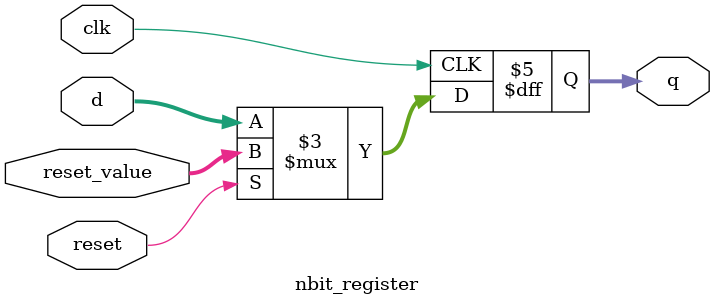
<source format=v>
module nbit_register #(parameter N=32) (
  input clk, input reset, input [N-1:0] d, input [N-1:0] reset_value,
  output reg [N-1:0] q);
  
  always @(posedge clk) begin
    if (reset)
      q <= reset_value;
    else
      q <= d;
  end
endmodule



</source>
